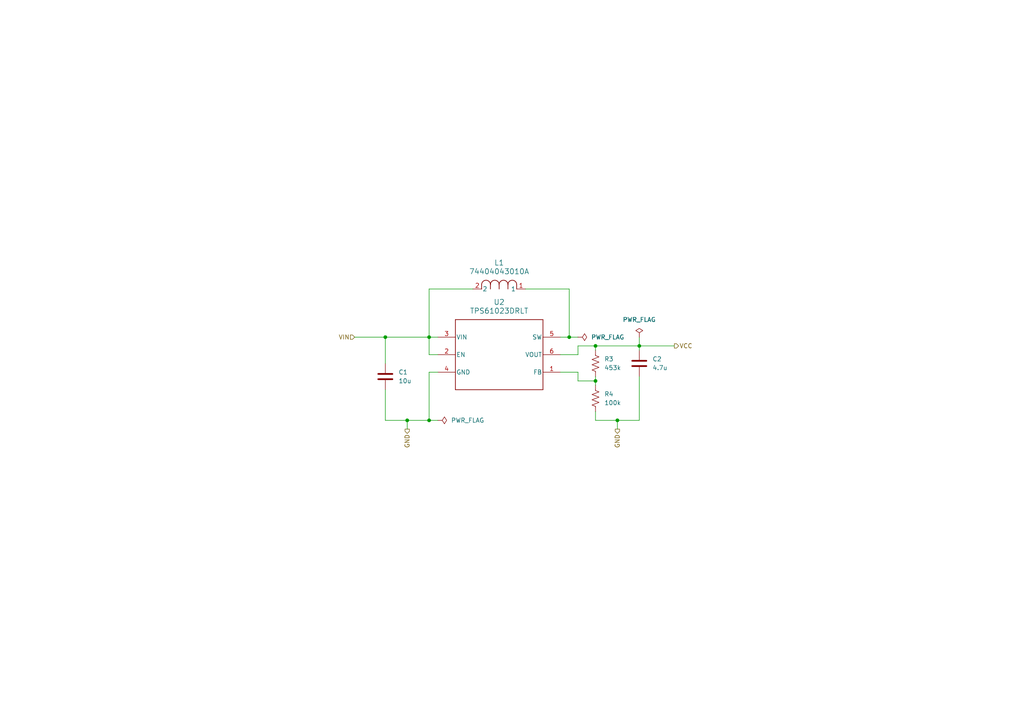
<source format=kicad_sch>
(kicad_sch (version 20230121) (generator eeschema)
  (paper "A4")
  (title_block (title "Key Fob") (date "2023-10-17") (company "J2B"))
  (lib_symbols
    (symbol "74404043010A:74404043010A" (pin_names (offset 0.254))
      (property "Reference" "L" (at 6.985 5.08 0))
      (property "Value" "74404043010A" (at 6.985 -2.54 0))
      (symbol "74404043010A_0_1"
        (polyline (pts (xy 2.54 0) (xy 2.54 1.27)) (stroke (width 0.2032)))
        (polyline (pts (xy 5.08 0) (xy 5.08 1.27)) (stroke (width 0.2032)))
        (polyline (pts (xy 7.62 0) (xy 7.62 1.27)) (stroke (width 0.2032)))
        (polyline (pts (xy 10.16 0) (xy 10.16 1.27)) (stroke (width 0.2032)))
        (polyline (pts (xy 12.7 0) (xy 12.7 1.27)) (stroke (width 0.2032)))
        (arc (start 5.08 1.27) (mid 3.81 2.5345) (end 2.54 1.27) (stroke (width 0.2032)))
        (arc (start 7.62 1.27) (mid 6.35 2.5345) (end 5.08 1.27) (stroke (width 0.2032)))
        (arc (start 10.16 1.27) (mid 8.89 2.5345) (end 7.62 1.27) (stroke (width 0.2032)))
        (arc (start 12.7 1.27) (mid 11.43 2.5345) (end 10.16 1.27) (stroke (width 0.2032)))
      )
      (symbol "74404043010A_1_1"
        (pin passive line (at 15.24 0 180) (length 2.54) (name "1") (number "1"))
        (pin passive line (at 0 0 0) (length 2.54) (name "2") (number "2"))
      )
    )
    (symbol "Device:C" (pin_numbers hide) (pin_names (offset 0.254))
      (property "Reference" "C" (at 0.635 2.54 0))
      (property "Value" "C" (at 0.635 -2.54 0))
      (symbol "C_0_1"
        (polyline (pts (xy -2.032 -0.762) (xy 2.032 -0.762)) (stroke (width 0.508)))
        (polyline (pts (xy -2.032 0.762) (xy 2.032 0.762)) (stroke (width 0.508)))
      )
      (symbol "C_1_1"
        (pin passive line (at 0 3.81 270) (length 2.794) (name "~") (number "1"))
        (pin passive line (at 0 -3.81 90) (length 2.794) (name "~") (number "2"))
      )
    )
    (symbol "Device:R_US" (pin_numbers hide) (pin_names (offset 0))
      (property "Reference" "R" (at 2.54 0 90))
      (property "Value" "R_US" (at -2.54 0 90))
      (symbol "R_US_0_1"
        (polyline (pts (xy 0 -2.286) (xy 0 -2.54)))
        (polyline (pts (xy 0 2.286) (xy 0 2.54)))
        (polyline (pts (xy 0 -0.762) (xy 1.016 -1.143) (xy 0 -1.524) (xy -1.016 -1.905) (xy 0 -2.286)))
        (polyline (pts (xy 0 0.762) (xy 1.016 0.381) (xy 0 0) (xy -1.016 -0.381) (xy 0 -0.762)))
        (polyline (pts (xy 0 2.286) (xy 1.016 1.905) (xy 0 1.524) (xy -1.016 1.143) (xy 0 0.762)))
      )
      (symbol "R_US_1_1"
        (pin passive line (at 0 3.81 270) (length 1.27) (name "~") (number "1"))
        (pin passive line (at 0 -3.81 90) (length 1.27) (name "~") (number "2"))
      )
    )
    (symbol "TPS61023DRLT:TPS61023DRLT" (pin_names (offset 0.254))
      (property "Reference" "U" (at 0 2.54 0))
      (property "Value" "TPS61023DRLT" (at 0 0 0))
      (symbol "TPS61023DRLT_0_1"
        (polyline (pts (xy -12.7 -10.16) (xy 12.7 -10.16)) (stroke (width 0.2032)))
        (polyline (pts (xy -12.7 10.16) (xy -12.7 -10.16)) (stroke (width 0.2032)))
        (polyline (pts (xy 12.7 -10.16) (xy 12.7 10.16)) (stroke (width 0.2032)))
        (polyline (pts (xy 12.7 10.16) (xy -12.7 10.16)) (stroke (width 0.2032)))
        (pin input line (at 17.78 -5.08 180) (length 5.08) (name "FB") (number "1"))
        (pin input line (at -17.78 0 0) (length 5.08) (name "EN") (number "2"))
        (pin power_in line (at -17.78 5.08 0) (length 5.08) (name "VIN") (number "3"))
        (pin power_in line (at -17.78 -5.08 0) (length 5.08) (name "GND") (number "4"))
        (pin power_in line (at 17.78 5.08 180) (length 5.08) (name "SW") (number "5"))
        (pin power_in line (at 17.78 0 180) (length 5.08) (name "VOUT") (number "6"))
      )
    )
    (symbol "power:PWR_FLAG" (power) (pin_numbers hide) (pin_names (offset 0) hide)
      (property "Value" "PWR_FLAG" (at 0 3.81 0))
      (symbol "PWR_FLAG_0_0"
        (pin power_out line (at 0 0 90) (length 0) (name "pwr") (number "1"))
      )
      (symbol "PWR_FLAG_0_1"
        (polyline (pts (xy 0 0) (xy 0 1.27) (xy -1.016 1.905) (xy 0 2.54) (xy 1.016 1.905) (xy 0 1.27)))
      )
    )
  )
  (junction (at 124.46 97.79))
  (junction (at 179.07 121.92))
  (junction (at 185.42 100.33))
  (junction (at 111.76 97.79))
  (junction (at 118.11 121.92))
  (junction (at 172.72 100.33))
  (junction (at 172.72 110.49))
  (junction (at 165.1 97.79))
  (junction (at 124.46 121.92))
  (wire (pts (xy 172.72 121.92) (xy 172.72 119.38)))
  (wire (pts (xy 124.46 97.79) (xy 124.46 102.87)))
  (wire (pts (xy 124.46 97.79) (xy 124.46 83.82)))
  (wire (pts (xy 127 102.87) (xy 124.46 102.87)))
  (wire (pts (xy 124.46 121.92) (xy 127 121.92)))
  (wire (pts (xy 111.76 121.92) (xy 111.76 113.03)))
  (wire (pts (xy 165.1 97.79) (xy 162.56 97.79)))
  (wire (pts (xy 172.72 110.49) (xy 172.72 109.22)))
  (wire (pts (xy 127 97.79) (xy 124.46 97.79)))
  (wire (pts (xy 167.64 102.87) (xy 167.64 100.33)))
  (wire (pts (xy 118.11 121.92) (xy 111.76 121.92)))
  (wire (pts (xy 124.46 83.82) (xy 137.16 83.82)))
  (wire (pts (xy 165.1 83.82) (xy 165.1 97.79)))
  (wire (pts (xy 167.64 100.33) (xy 172.72 100.33)))
  (wire (pts (xy 167.64 107.95) (xy 167.64 110.49)))
  (wire (pts (xy 185.42 101.6) (xy 185.42 100.33)))
  (wire (pts (xy 172.72 100.33) (xy 172.72 101.6)))
  (wire (pts (xy 179.07 121.92) (xy 179.07 124.46)))
  (wire (pts (xy 118.11 121.92) (xy 118.11 124.46)))
  (wire (pts (xy 185.42 100.33) (xy 172.72 100.33)))
  (wire (pts (xy 111.76 97.79) (xy 124.46 97.79)))
  (wire (pts (xy 152.4 83.82) (xy 165.1 83.82)))
  (wire (pts (xy 127 107.95) (xy 124.46 107.95)))
  (wire (pts (xy 167.64 110.49) (xy 172.72 110.49)))
  (wire (pts (xy 102.87 97.79) (xy 111.76 97.79)))
  (wire (pts (xy 185.42 100.33) (xy 195.58 100.33)))
  (wire (pts (xy 162.56 102.87) (xy 167.64 102.87)))
  (wire (pts (xy 185.42 97.79) (xy 185.42 100.33)))
  (wire (pts (xy 124.46 107.95) (xy 124.46 121.92)))
  (wire (pts (xy 162.56 107.95) (xy 167.64 107.95)))
  (wire (pts (xy 185.42 121.92) (xy 179.07 121.92)))
  (wire (pts (xy 172.72 110.49) (xy 172.72 111.76)))
  (wire (pts (xy 185.42 109.22) (xy 185.42 121.92)))
  (wire (pts (xy 124.46 121.92) (xy 118.11 121.92)))
  (wire (pts (xy 179.07 121.92) (xy 172.72 121.92)))
  (wire (pts (xy 111.76 105.41) (xy 111.76 97.79)))
  (wire (pts (xy 165.1 97.79) (xy 167.64 97.79)))
  (hierarchical_label "GND" (shape output) (at 179.07 124.46 270))
  (hierarchical_label "VIN" (shape input) (at 102.87 97.79 180))
  (hierarchical_label "VCC" (shape output) (at 195.58 100.33 0))
  (hierarchical_label "GND" (shape output) (at 118.11 124.46 270))
  (symbol (lib_id "Device:R_US") (at 172.72 115.57 0) (unit 1)
    (property "Reference" "R4" (at 175.26 114.3 0) (effects (justify left)))
    (property "Value" "100k" (at 175.26 116.84 0) (effects (justify left)))
    (property "Footprint" "Resistor_SMD:R_0402_1005Metric" (effects hide))
    (property "MPN" "C844712" (effects hide))
  )
  (symbol (lib_id "Device:C") (at 111.76 109.22 0) (unit 1)
    (property "Reference" "C1" (at 115.57 107.95 0) (effects (justify left)))
    (property "Value" "10u" (at 115.57 110.49 0) (effects (justify left)))
    (property "Footprint" "Capacitor_SMD:C_0402_1005Metric" (effects hide))
    (property "MPN" "C3009906" (effects hide))
  )
  (symbol (lib_id "TPS61023DRLT:TPS61023DRLT") (at 144.78 102.87 0) (unit 1)
    (property "Reference" "U2" (at 144.78 87.63 0) (effects (font (size 1.524 1.524))))
    (property "Value" "TPS61023DRLT" (at 144.78 90.17 0) (effects (font (size 1.524 1.524))))
    (property "Footprint" "TPS61023DRLT:DRL0006A" (effects hide))
    (property "Datasheet" "TPS61023DRLT" (effects hide))
    (property "MPN" "C919459" (effects hide))
  )
  (symbol (lib_id "74404043010A:74404043010A") (at 137.16 83.82 0) (unit 1)
    (property "Reference" "L1" (at 144.78 76.2 0) (effects (font (size 1.524 1.524))))
    (property "Value" "74404043010A" (at 144.78 78.74 0) (effects (font (size 1.524 1.524))))
    (property "Footprint" "74404043010A:IND_43010A_WRE" (effects hide))
    (property "Datasheet" "74404043010A" (effects hide))
  )
  (symbol (lib_id "Device:R_US") (at 172.72 105.41 0) (unit 1)
    (property "Reference" "R3" (at 175.26 104.14 0) (effects (justify left)))
    (property "Value" "453k" (at 175.26 106.68 0) (effects (justify left)))
    (property "Footprint" "Resistor_SMD:R_0402_1005Metric" (effects hide))
    (property "MPN" "C843903" (effects hide))
  )
  (symbol (lib_id "power:PWR_FLAG") (at 185.42 97.79 0) (unit 1)
    (property "Reference" "#FLG03" (effects hide))
    (property "Value" "PWR_FLAG" (at 185.42 92.71 0))
  )
  (symbol (lib_id "Device:C") (at 185.42 105.41 0) (unit 1)
    (property "Reference" "C2" (at 189.23 104.14 0) (effects (justify left)))
    (property "Value" "4.7u" (at 189.23 106.68 0) (effects (justify left)))
    (property "Footprint" "Capacitor_SMD:C_0402_1005Metric" (effects hide))
    (property "MPN " "C2686246" (effects hide))
  )
  (symbol (lib_id "power:PWR_FLAG") (at 127 121.92 270) (unit 1)
    (property "Reference" "#FLG05" (effects hide))
    (property "Value" "PWR_FLAG" (at 130.81 121.92 90) (effects (justify left)))
  )
  (symbol (lib_id "power:PWR_FLAG") (at 167.64 97.79 270) (unit 1)
    (property "Reference" "#FLG04" (effects hide))
    (property "Value" "PWR_FLAG" (at 171.45 97.79 90) (effects (justify left)))
  )
)
</source>
